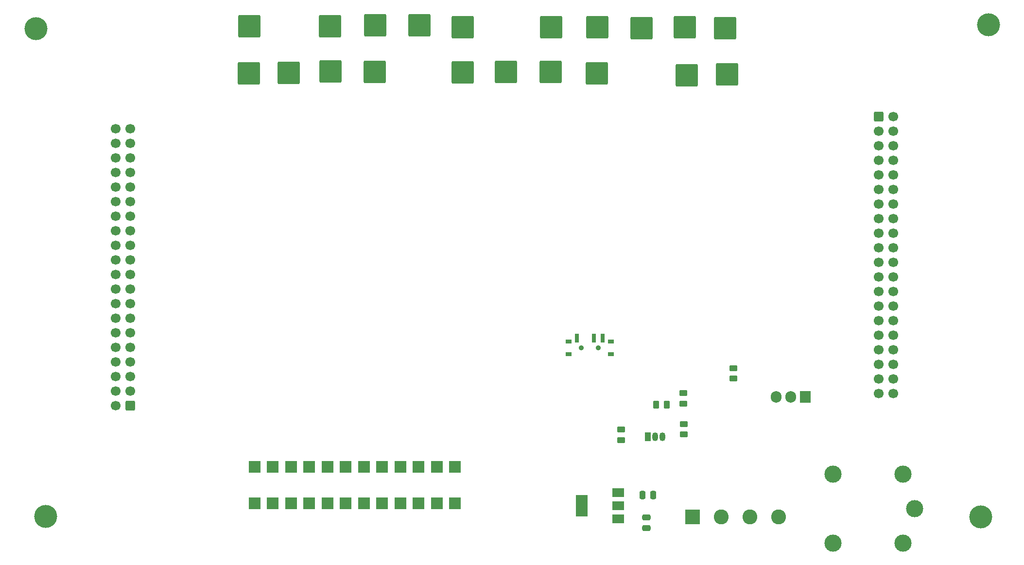
<source format=gbr>
%TF.GenerationSoftware,KiCad,Pcbnew,7.0.8*%
%TF.CreationDate,2025-04-10T16:12:06-04:00*%
%TF.ProjectId,2310interface,32333130-696e-4746-9572-666163652e6b,rev?*%
%TF.SameCoordinates,Original*%
%TF.FileFunction,Soldermask,Top*%
%TF.FilePolarity,Negative*%
%FSLAX46Y46*%
G04 Gerber Fmt 4.6, Leading zero omitted, Abs format (unit mm)*
G04 Created by KiCad (PCBNEW 7.0.8) date 2025-04-10 16:12:06*
%MOMM*%
%LPD*%
G01*
G04 APERTURE LIST*
G04 Aperture macros list*
%AMRoundRect*
0 Rectangle with rounded corners*
0 $1 Rounding radius*
0 $2 $3 $4 $5 $6 $7 $8 $9 X,Y pos of 4 corners*
0 Add a 4 corners polygon primitive as box body*
4,1,4,$2,$3,$4,$5,$6,$7,$8,$9,$2,$3,0*
0 Add four circle primitives for the rounded corners*
1,1,$1+$1,$2,$3*
1,1,$1+$1,$4,$5*
1,1,$1+$1,$6,$7*
1,1,$1+$1,$8,$9*
0 Add four rect primitives between the rounded corners*
20,1,$1+$1,$2,$3,$4,$5,0*
20,1,$1+$1,$4,$5,$6,$7,0*
20,1,$1+$1,$6,$7,$8,$9,0*
20,1,$1+$1,$8,$9,$2,$3,0*%
G04 Aperture macros list end*
%ADD10RoundRect,0.250002X-1.699998X-1.699998X1.699998X-1.699998X1.699998X1.699998X-1.699998X1.699998X0*%
%ADD11C,4.000000*%
%ADD12R,1.000000X0.800000*%
%ADD13C,0.900000*%
%ADD14R,0.700000X1.500000*%
%ADD15RoundRect,0.250000X0.450000X-0.262500X0.450000X0.262500X-0.450000X0.262500X-0.450000X-0.262500X0*%
%ADD16R,2.000000X1.500000*%
%ADD17R,2.000000X3.800000*%
%ADD18RoundRect,0.250000X-0.475000X0.250000X-0.475000X-0.250000X0.475000X-0.250000X0.475000X0.250000X0*%
%ADD19RoundRect,0.250000X-0.262500X-0.450000X0.262500X-0.450000X0.262500X0.450000X-0.262500X0.450000X0*%
%ADD20R,2.600000X2.600000*%
%ADD21C,2.600000*%
%ADD22RoundRect,0.250000X-0.600000X-0.600000X0.600000X-0.600000X0.600000X0.600000X-0.600000X0.600000X0*%
%ADD23C,1.700000*%
%ADD24R,1.050000X1.500000*%
%ADD25O,1.050000X1.500000*%
%ADD26RoundRect,0.250000X-0.450000X0.262500X-0.450000X-0.262500X0.450000X-0.262500X0.450000X0.262500X0*%
%ADD27RoundRect,0.250000X0.600000X0.600000X-0.600000X0.600000X-0.600000X-0.600000X0.600000X-0.600000X0*%
%ADD28C,3.000000*%
%ADD29O,1.905000X2.000000*%
%ADD30R,1.905000X2.000000*%
%ADD31RoundRect,0.250000X0.250000X0.475000X-0.250000X0.475000X-0.250000X-0.475000X0.250000X-0.475000X0*%
%ADD32RoundRect,0.250001X0.799999X0.799999X-0.799999X0.799999X-0.799999X-0.799999X0.799999X-0.799999X0*%
G04 APERTURE END LIST*
D10*
%TO.C,AB10*%
X129600000Y-39290000D03*
%TD*%
D11*
%TO.C,H4*%
X196490000Y-116620000D03*
%TD*%
D12*
%TO.C,SW1*%
X124750000Y-86090000D03*
X124750000Y-88300000D03*
D13*
X126900000Y-87200000D03*
X129900000Y-87200000D03*
D12*
X132050000Y-86090000D03*
X132050000Y-88300000D03*
D14*
X126150000Y-85440000D03*
X129150000Y-85440000D03*
X130650000Y-85440000D03*
%TD*%
D10*
%TO.C,AB13*%
X152320000Y-39530000D03*
%TD*%
%TO.C,AD2*%
X69090000Y-31150000D03*
%TD*%
%TO.C,AD6*%
X98740000Y-30980000D03*
%TD*%
D11*
%TO.C,H3*%
X33580000Y-116560000D03*
%TD*%
D10*
%TO.C,AD11*%
X137460000Y-31420000D03*
%TD*%
D15*
%TO.C,R5*%
X144700000Y-96900000D03*
X144700000Y-95075000D03*
%TD*%
D10*
%TO.C,AB9*%
X121600000Y-39060000D03*
%TD*%
%TO.C,AD4*%
X83180000Y-31150000D03*
%TD*%
D16*
%TO.C,U1*%
X133340000Y-116970000D03*
X133340000Y-114670000D03*
D17*
X127040000Y-114670000D03*
D16*
X133340000Y-112370000D03*
%TD*%
D10*
%TO.C,AD5*%
X91000000Y-30980000D03*
%TD*%
D18*
%TO.C,C2*%
X138280000Y-116670000D03*
X138280000Y-118570000D03*
%TD*%
D19*
%TO.C,R7*%
X139997500Y-97060000D03*
X141822500Y-97060000D03*
%TD*%
D10*
%TO.C,AB7*%
X106300000Y-39140000D03*
%TD*%
%TO.C,AB8*%
X113780000Y-39060000D03*
%TD*%
D11*
%TO.C,H1*%
X31910000Y-31560000D03*
%TD*%
D20*
%TO.C,J4*%
X146280000Y-116650000D03*
D21*
X151280000Y-116650000D03*
X156280000Y-116650000D03*
X161280000Y-116650000D03*
%TD*%
D10*
%TO.C,AB5*%
X90920000Y-39060000D03*
%TD*%
%TO.C,AD9*%
X121690000Y-31240000D03*
%TD*%
%TO.C,AD10*%
X129720000Y-31300000D03*
%TD*%
D11*
%TO.C,H2*%
X197860000Y-30830000D03*
%TD*%
D10*
%TO.C,AB3*%
X75960000Y-39230000D03*
%TD*%
D15*
%TO.C,R1*%
X153450000Y-92532500D03*
X153450000Y-90707500D03*
%TD*%
D10*
%TO.C,AD13*%
X151950000Y-31420000D03*
%TD*%
D22*
%TO.C,ConnA1*%
X178710000Y-46860000D03*
D23*
X181250000Y-46860000D03*
X178710000Y-49400000D03*
X181250000Y-49400000D03*
X178710000Y-51940000D03*
X181250000Y-51940000D03*
X178710000Y-54480000D03*
X181250000Y-54480000D03*
X178710000Y-57020000D03*
X181250000Y-57020000D03*
X178710000Y-59560000D03*
X181250000Y-59560000D03*
X178710000Y-62100000D03*
X181250000Y-62100000D03*
X178710000Y-64640000D03*
X181250000Y-64640000D03*
X178710000Y-67180000D03*
X181250000Y-67180000D03*
X178710000Y-69720000D03*
X181250000Y-69720000D03*
X178710000Y-72260000D03*
X181250000Y-72260000D03*
X178710000Y-74800000D03*
X181250000Y-74800000D03*
X178710000Y-77340000D03*
X181250000Y-77340000D03*
X178710000Y-79880000D03*
X181250000Y-79880000D03*
X178710000Y-82420000D03*
X181250000Y-82420000D03*
X178710000Y-84960000D03*
X181250000Y-84960000D03*
X178710000Y-87500000D03*
X181250000Y-87500000D03*
X178710000Y-90040000D03*
X181250000Y-90040000D03*
X178710000Y-92580000D03*
X181250000Y-92580000D03*
X178710000Y-95120000D03*
X181250000Y-95120000D03*
%TD*%
D10*
%TO.C,AB12*%
X145320000Y-39650000D03*
%TD*%
%TO.C,AB2*%
X69000000Y-39320000D03*
%TD*%
D24*
%TO.C,Q2*%
X138510000Y-102680000D03*
D25*
X139780000Y-102680000D03*
X141050000Y-102680000D03*
%TD*%
D26*
%TO.C,R6*%
X133860000Y-101417500D03*
X133860000Y-103242500D03*
%TD*%
D27*
%TO.C,ConnB1*%
X48390000Y-97240000D03*
D23*
X45850000Y-97240000D03*
X48390000Y-94700000D03*
X45850000Y-94700000D03*
X48390000Y-92160000D03*
X45850000Y-92160000D03*
X48390000Y-89620000D03*
X45850000Y-89620000D03*
X48390000Y-87080000D03*
X45850000Y-87080000D03*
X48390000Y-84540000D03*
X45850000Y-84540000D03*
X48390000Y-82000000D03*
X45850000Y-82000000D03*
X48390000Y-79460000D03*
X45850000Y-79460000D03*
X48390000Y-76920000D03*
X45850000Y-76920000D03*
X48390000Y-74380000D03*
X45850000Y-74380000D03*
X48390000Y-71840000D03*
X45850000Y-71840000D03*
X48390000Y-69300000D03*
X45850000Y-69300000D03*
X48390000Y-66760000D03*
X45850000Y-66760000D03*
X48390000Y-64220000D03*
X45850000Y-64220000D03*
X48390000Y-61680000D03*
X45850000Y-61680000D03*
X48390000Y-59140000D03*
X45850000Y-59140000D03*
X48390000Y-56600000D03*
X45850000Y-56600000D03*
X48390000Y-54060000D03*
X45850000Y-54060000D03*
X48390000Y-51520000D03*
X45850000Y-51520000D03*
X48390000Y-48980000D03*
X45850000Y-48980000D03*
%TD*%
D28*
%TO.C,K1*%
X184970000Y-115160000D03*
X170770000Y-121160000D03*
X170770000Y-109160000D03*
X182970000Y-109160000D03*
X182970000Y-121160000D03*
%TD*%
D10*
%TO.C,AD12*%
X144950000Y-31300000D03*
%TD*%
D29*
%TO.C,Q1*%
X163400000Y-95750000D03*
X160860000Y-95750000D03*
D30*
X165940000Y-95750000D03*
%TD*%
D10*
%TO.C,AB4*%
X83270000Y-38970000D03*
%TD*%
D31*
%TO.C,C1*%
X139480000Y-112810000D03*
X137580000Y-112810000D03*
%TD*%
D10*
%TO.C,AD7*%
X106300000Y-31320000D03*
%TD*%
D15*
%TO.C,R4*%
X144810000Y-102272500D03*
X144810000Y-100447500D03*
%TD*%
D32*
%TO.C,B13*%
X70005000Y-114270000D03*
%TD*%
%TO.C,D4*%
X98580000Y-107920000D03*
%TD*%
%TO.C,B7*%
X89055000Y-114270000D03*
%TD*%
%TO.C,B11*%
X76355000Y-114270000D03*
%TD*%
%TO.C,D9*%
X82705000Y-107920000D03*
%TD*%
%TO.C,D2*%
X104930000Y-107920000D03*
%TD*%
%TO.C,B9*%
X82705000Y-114270000D03*
%TD*%
%TO.C,D8*%
X85880000Y-107920000D03*
%TD*%
%TO.C,D10*%
X79530000Y-107920000D03*
%TD*%
%TO.C,B5*%
X95405000Y-114270000D03*
%TD*%
%TO.C,D5*%
X95405000Y-107920000D03*
%TD*%
%TO.C,D11*%
X76355000Y-107920000D03*
%TD*%
%TO.C,B6*%
X92230000Y-114270000D03*
%TD*%
%TO.C,D6*%
X92230000Y-107920000D03*
%TD*%
%TO.C,B3*%
X101755000Y-114270000D03*
%TD*%
%TO.C,B10*%
X79530000Y-114270000D03*
%TD*%
%TO.C,B8*%
X85880000Y-114270000D03*
%TD*%
%TO.C,B12*%
X73180000Y-114270000D03*
%TD*%
%TO.C,D3*%
X101755000Y-107920000D03*
%TD*%
%TO.C,B4*%
X98580000Y-114270000D03*
%TD*%
%TO.C,D7*%
X89055000Y-107920000D03*
%TD*%
%TO.C,D13*%
X70005000Y-107920000D03*
%TD*%
%TO.C,D12*%
X73180000Y-107920000D03*
%TD*%
%TO.C,B2*%
X104930000Y-114270000D03*
%TD*%
M02*

</source>
